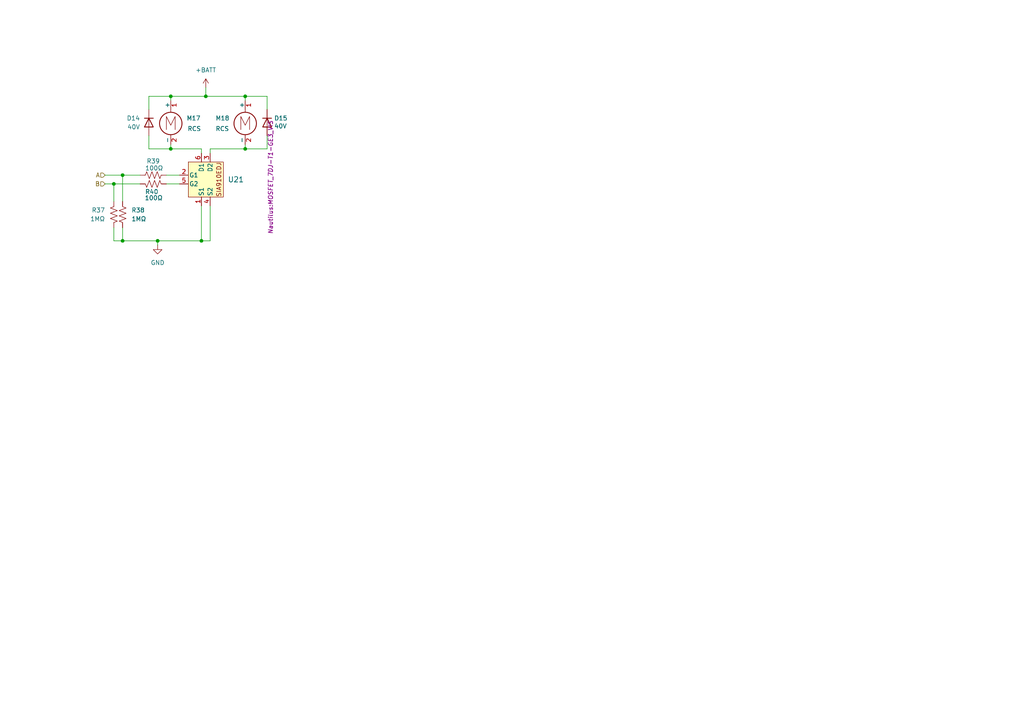
<source format=kicad_sch>
(kicad_sch (version 20250114) (generator "eeschema") (generator_version "9.0")
  (paper "A4")
  (lib_symbols
    (symbol "Device:D" (pin_numbers (hide yes)) (pin_names (offset 1.016) (hide yes))
      (property "Reference" "D" (at 0 2.54 0))
      (property "Value" "D" (at 0 -2.54 0))
      (symbol "D_0_1"
        (polyline (pts (xy -1.27 1.27) (xy -1.27 -1.27)) (stroke (width 0.254)))
        (polyline (pts (xy 1.27 1.27) (xy 1.27 -1.27) (xy -1.27 0) (xy 1.27 1.27)) (stroke (width 0.254)))
        (polyline (pts (xy 1.27 0) (xy -1.27 0)))
      )
      (symbol "D_1_1"
        (pin passive line (at -3.81 0 0) (length 2.54) (name "K") (number "1"))
        (pin passive line (at 3.81 0 180) (length 2.54) (name "A") (number "2"))
      )
    )
    (symbol "Device:R_US" (pin_numbers (hide yes)) (pin_names (offset 0))
      (property "Reference" "R" (at 2.54 0 90))
      (property "Value" "R_US" (at -2.54 0 90))
      (symbol "R_US_0_1"
        (polyline (pts (xy 0 2.286) (xy 0 2.54)))
        (polyline (pts (xy 0 2.286) (xy 1.016 1.905) (xy 0 1.524) (xy -1.016 1.143) (xy 0 0.762)))
        (polyline (pts (xy 0 0.762) (xy 1.016 0.381) (xy 0 0) (xy -1.016 -0.381) (xy 0 -0.762)))
        (polyline (pts (xy 0 -0.762) (xy 1.016 -1.143) (xy 0 -1.524) (xy -1.016 -1.905) (xy 0 -2.286)))
        (polyline (pts (xy 0 -2.286) (xy 0 -2.54)))
      )
      (symbol "R_US_1_1"
        (pin passive line (at 0 3.81 270) (length 1.27) (name "~") (number "1"))
        (pin passive line (at 0 -3.81 90) (length 1.27) (name "~") (number "2"))
      )
    )
    (symbol "Motor:Motor_DC" (pin_names (offset 0))
      (property "Reference" "M" (at 2.54 2.54 0))
      (property "Value" "Motor_DC" (at 2.54 -5.08 0))
      (symbol "Motor_DC_0_0"
        (polyline (pts (xy -1.27 -3.302) (xy -1.27 0.508) (xy 0 -2.032) (xy 1.27 0.508) (xy 1.27 -3.302)))
      )
      (symbol "Motor_DC_0_1"
        (polyline (pts (xy 0 2.032) (xy 0 2.54)))
        (polyline (pts (xy 0 1.7272) (xy 0 2.0828)))
        (circle (center 0 -1.524) (radius 3.2512) (stroke (width 0.254)))
        (polyline (pts (xy 0 -4.7752) (xy 0 -5.1816)))
        (polyline (pts (xy 0 -7.62) (xy 0 -7.112)))
      )
      (symbol "Motor_DC_1_1"
        (pin passive line (at 0 5.08 270) (length 2.54) (name "+") (number "1"))
        (pin passive line (at 0 -7.62 90) (length 2.54) (name "-") (number "2"))
      )
    )
    (symbol "Nautilus:SIA910EDJ" (pin_names (offset 0.254))
      (property "Reference" "U" (at 0 -6.35 0))
      (property "Footprint" "Nautilus:MOSFET_7DJ-T1-GE3_VIS" (at -0.762 -18.796 0))
      (symbol "SIA910EDJ_1_1"
        (rectangle (start -5.08 5.08) (end 5.08 -5.08) (fill (type color) (color 255 255 194 1)))
        (text "SIA910EDJ" (at 0 -3.81 0) (effects (font (size 1.27 1.27))))
        (pin power_out line (at -7.62 1.27 0) (length 2.54) (name "D1") (number "6"))
        (pin passive line (at -7.62 1.27 0) (length 2.54) (hide yes) (name "D1") (number "7"))
        (pin power_out line (at -7.62 -1.27 0) (length 2.54) (name "D2") (number "3"))
        (pin passive line (at -7.62 -1.27 0) (length 2.54) (hide yes) (name "D2") (number "8"))
        (pin input line (at -1.27 7.62 270) (length 2.54) (name "G1") (number "2"))
        (pin input line (at 1.27 7.62 270) (length 2.54) (name "G2") (number "5"))
        (pin power_in line (at 7.62 1.27 180) (length 2.54) (name "S1") (number "1"))
        (pin power_in line (at 7.62 -1.27 180) (length 2.54) (name "S2") (number "4"))
      )
    )
    (symbol "power:+BATT" (power) (pin_numbers (hide yes)) (pin_names (offset 0) (hide yes))
      (property "Value" "+BATT" (at 0 3.556 0))
      (symbol "+BATT_0_1"
        (polyline (pts (xy -0.762 1.27) (xy 0 2.54)))
        (polyline (pts (xy 0 2.54) (xy 0.762 1.27)))
        (polyline (pts (xy 0 0) (xy 0 2.54)))
      )
      (symbol "+BATT_1_1"
        (pin power_in line (at 0 0 90) (length 0) (name "~") (number "1"))
      )
    )
    (symbol "power:GND" (power) (pin_numbers (hide yes)) (pin_names (offset 0) (hide yes))
      (property "Value" "GND" (at 0 -3.81 0))
      (symbol "GND_0_1"
        (polyline (pts (xy 0 0) (xy 0 -1.27) (xy 1.27 -1.27) (xy 0 -2.54) (xy -1.27 -1.27) (xy 0 -1.27)))
      )
      (symbol "GND_1_1"
        (pin power_in line (at 0 0 270) (length 0) (name "~") (number "1"))
      )
    )
  )
  (junction (at 33.02 53.34))
  (junction (at 71.12 43.18))
  (junction (at 58.42 69.85))
  (junction (at 59.69 27.94))
  (junction (at 49.53 43.18))
  (junction (at 35.56 69.85))
  (junction (at 71.12 27.94))
  (junction (at 49.53 27.94))
  (junction (at 35.56 50.8))
  (junction (at 45.72 69.85))
  (wire (pts (xy 43.18 27.94) (xy 43.18 31.75)))
  (wire (pts (xy 35.56 66.04) (xy 35.56 69.85)))
  (wire (pts (xy 43.18 39.37) (xy 43.18 43.18)))
  (wire (pts (xy 71.12 43.18) (xy 77.47 43.18)))
  (wire (pts (xy 49.53 43.18) (xy 43.18 43.18)))
  (wire (pts (xy 48.26 53.34) (xy 52.07 53.34)))
  (wire (pts (xy 58.42 69.85) (xy 60.96 69.85)))
  (wire (pts (xy 58.42 43.18) (xy 49.53 43.18)))
  (wire (pts (xy 59.69 25.4) (xy 59.69 27.94)))
  (wire (pts (xy 58.42 44.45) (xy 58.42 43.18)))
  (wire (pts (xy 49.53 27.94) (xy 59.69 27.94)))
  (wire (pts (xy 77.47 27.94) (xy 77.47 31.75)))
  (wire (pts (xy 45.72 69.85) (xy 45.72 71.12)))
  (wire (pts (xy 35.56 58.42) (xy 35.56 50.8)))
  (wire (pts (xy 35.56 69.85) (xy 45.72 69.85)))
  (wire (pts (xy 35.56 50.8) (xy 40.64 50.8)))
  (wire (pts (xy 33.02 53.34) (xy 30.48 53.34)))
  (wire (pts (xy 71.12 27.94) (xy 71.12 29.21)))
  (wire (pts (xy 48.26 50.8) (xy 52.07 50.8)))
  (wire (pts (xy 33.02 66.04) (xy 33.02 69.85)))
  (wire (pts (xy 58.42 59.69) (xy 58.42 69.85)))
  (wire (pts (xy 33.02 69.85) (xy 35.56 69.85)))
  (wire (pts (xy 71.12 43.18) (xy 60.96 43.18)))
  (wire (pts (xy 71.12 41.91) (xy 71.12 43.18)))
  (wire (pts (xy 40.64 53.34) (xy 33.02 53.34)))
  (wire (pts (xy 30.48 50.8) (xy 35.56 50.8)))
  (wire (pts (xy 71.12 27.94) (xy 77.47 27.94)))
  (wire (pts (xy 33.02 53.34) (xy 33.02 58.42)))
  (wire (pts (xy 49.53 43.18) (xy 49.53 41.91)))
  (wire (pts (xy 77.47 39.37) (xy 77.47 43.18)))
  (wire (pts (xy 60.96 59.69) (xy 60.96 69.85)))
  (wire (pts (xy 59.69 27.94) (xy 71.12 27.94)))
  (wire (pts (xy 60.96 44.45) (xy 60.96 43.18)))
  (wire (pts (xy 49.53 27.94) (xy 49.53 29.21)))
  (wire (pts (xy 43.18 27.94) (xy 49.53 27.94)))
  (wire (pts (xy 45.72 69.85) (xy 58.42 69.85)))
  (hierarchical_label "B" (shape input) (at 30.48 53.34 180))
  (hierarchical_label "A" (shape input) (at 30.48 50.8 180))
  (symbol (lib_id "Device:D") (at 43.18 35.56 90) (mirror x) (unit 1)
    (property "Reference" "D14" (at 40.64 34.2899 90) (effects (justify left)))
    (property "Value" "40V" (at 40.64 36.8299 90) (effects (justify left)))
    (property "Footprint" "Diode_SMD:D_SMA" (effects (hide yes)))
    (property "Description" "Diode" (effects (hide yes)))
    (property "Sim.Device" "D" (effects (hide yes)))
    (property "Sim.Pins" "1=K 2=A" (effects (hide yes)))
    (instances (project "Avionics" (path "" (reference "D14") (unit 1)) (path "" (reference "D16") (unit 1)) (path "" (reference "D18") (unit 1)) (path "" (reference "D6") (unit 1)) (path "" (reference "D1") (unit 1))))
  )
  (symbol (lib_id "Motor:Motor_DC") (at 49.53 34.29 0) (unit 1)
    (property "Reference" "M17" (at 54.102 34.29 0) (effects (justify left)))
    (property "Value" "RCS" (at 54.356 37.338 0) (effects (justify left)))
    (property "Footprint" "Connector_Molex:Molex_Mega-Fit_76829-0002_2x01_P5.70mm_Vertical" (effects (hide yes)))
    (property "Description" "DC Motor" (effects (hide yes)))
    (instances (project "Avionics" (path "" (reference "M17") (unit 1)) (path "" (reference "M19") (unit 1)) (path "" (reference "M21") (unit 1)) (path "" (reference "M6") (unit 1)) (path "" (reference "M1") (unit 1))))
  )
  (symbol (lib_id "Nautilus:SIA910EDJ") (at 59.69 52.07 90) (mirror x) (unit 1)
    (property "Reference" "U21" (at 66.04 52.0699 90) (effects (font (size 1.524 1.524)) (justify right)))
    (property "Value" "SIA910EDJ-T1-GE3" (effects (hide yes)))
    (property "Footprint" "Nautilus:MOSFET_7DJ-T1-GE3_VIS" (at 78.486 51.308 0) (effects (font (italic yes))))
    (property "Datasheet" "https://www.vishay.com/docs/65535/sia910edj.pdf" (effects (hide yes)))
    (instances (project "Avionics" (path "" (reference "U21") (unit 1)) (path "" (reference "U22") (unit 1)) (path "" (reference "U23") (unit 1)) (path "" (reference "U10") (unit 1)) (path "" (reference "U6") (unit 1))))
  )
  (symbol (lib_id "Device:R_US") (at 44.45 50.8 90) (unit 1)
    (property "Reference" "R39" (at 44.45 46.736 90))
    (property "Value" "100Ω" (at 44.704 48.768 90))
    (property "Footprint" "Resistor_SMD:R_0805_2012Metric" (effects (hide yes)))
    (property "Description" "Resistor, US symbol" (effects (hide yes)))
    (instances (project "Avionics" (path "" (reference "R39") (unit 1)) (path "" (reference "R43") (unit 1)) (path "" (reference "R47") (unit 1)) (path "" (reference "R18") (unit 1)) (path "" (reference "R7") (unit 1))))
  )
  (symbol (lib_id "Device:R_US") (at 44.45 53.34 90) (mirror x) (unit 1)
    (property "Reference" "R40" (at 45.974 55.626 90) (effects (justify left)))
    (property "Value" "100Ω" (at 47.244 57.404 90) (effects (justify left)))
    (property "Footprint" "Resistor_SMD:R_0805_2012Metric" (effects (hide yes)))
    (property "Description" "Resistor, US symbol" (effects (hide yes)))
    (instances (project "Avionics" (path "" (reference "R40") (unit 1)) (path "" (reference "R44") (unit 1)) (path "" (reference "R48") (unit 1)) (path "" (reference "R19") (unit 1)) (path "" (reference "R8") (unit 1))))
  )
  (symbol (lib_id "Motor:Motor_DC") (at 71.12 34.29 0) (mirror y) (unit 1)
    (property "Reference" "M18" (at 62.484 34.29 0) (effects (justify right)))
    (property "Value" "RCS" (at 62.484 37.338 0) (effects (justify right)))
    (property "Footprint" "Connector_Molex:Molex_Mega-Fit_76829-0002_2x01_P5.70mm_Vertical" (effects (hide yes)))
    (property "Description" "DC Motor" (effects (hide yes)))
    (instances (project "Avionics" (path "" (reference "M18") (unit 1)) (path "" (reference "M20") (unit 1)) (path "" (reference "M22") (unit 1)) (path "" (reference "M7") (unit 1)) (path "" (reference "M2") (unit 1))))
  )
  (symbol (lib_id "power:GND") (at 45.72 71.12 0) (unit 1)
    (property "Reference" "#PWR044" (effects (hide yes)))
    (property "Value" "GND" (at 45.72 76.2 0))
    (property "Description" "Power symbol creates a global label with name \"GND\" , ground" (effects (hide yes)))
    (instances (project "Avionics" (path "" (reference "#PWR044") (unit 1)) (path "" (reference "#PWR046") (unit 1)) (path "" (reference "#PWR048") (unit 1)) (path "" (reference "#PWR021") (unit 1)) (path "" (reference "#PWR09") (unit 1))))
  )
  (symbol (lib_id "Device:D") (at 77.47 35.56 270) (unit 1)
    (property "Reference" "D15" (at 79.502 34.29 90) (effects (justify left)))
    (property "Value" "40V" (at 79.502 36.576 90) (effects (justify left)))
    (property "Footprint" "Diode_SMD:D_SMA" (effects (hide yes)))
    (property "Description" "Diode" (effects (hide yes)))
    (property "Sim.Device" "D" (effects (hide yes)))
    (property "Sim.Pins" "1=K 2=A" (effects (hide yes)))
    (instances (project "Avionics" (path "" (reference "D15") (unit 1)) (path "" (reference "D17") (unit 1)) (path "" (reference "D19") (unit 1)) (path "" (reference "D7") (unit 1)) (path "" (reference "D2") (unit 1))))
  )
  (symbol (lib_id "Device:R_US") (at 35.56 62.23 0) (unit 1)
    (property "Reference" "R38" (at 38.1 60.9599 0) (effects (justify left)))
    (property "Value" "1MΩ" (at 38.1 63.4999 0) (effects (justify left)))
    (property "Footprint" "Resistor_SMD:R_0805_2012Metric" (effects (hide yes)))
    (property "Description" "Resistor, US symbol" (effects (hide yes)))
    (instances (project "Avionics" (path "" (reference "R38") (unit 1)) (path "" (reference "R42") (unit 1)) (path "" (reference "R46") (unit 1)) (path "" (reference "R17") (unit 1)) (path "" (reference "R6") (unit 1))))
  )
  (symbol (lib_id "Device:R_US") (at 33.02 62.23 0) (mirror y) (unit 1)
    (property "Reference" "R37" (at 30.48 60.9599 0) (effects (justify left)))
    (property "Value" "1MΩ" (at 30.48 63.4999 0) (effects (justify left)))
    (property "Footprint" "Resistor_SMD:R_0805_2012Metric" (effects (hide yes)))
    (property "Description" "Resistor, US symbol" (effects (hide yes)))
    (instances (project "Avionics" (path "" (reference "R37") (unit 1)) (path "" (reference "R41") (unit 1)) (path "" (reference "R45") (unit 1)) (path "" (reference "R16") (unit 1)) (path "" (reference "R5") (unit 1))))
  )
  (symbol (lib_id "power:+BATT") (at 59.69 25.4 0) (unit 1)
    (property "Reference" "#PWR043" (effects (hide yes)))
    (property "Value" "+BATT" (at 59.69 20.32 0))
    (property "Description" "Power symbol creates a global label with name \"+BATT\"" (effects (hide yes)))
    (instances (project "Avionics" (path "" (reference "#PWR043") (unit 1)) (path "" (reference "#PWR045") (unit 1)) (path "" (reference "#PWR047") (unit 1)) (path "" (reference "#PWR020") (unit 1)) (path "" (reference "#PWR08") (unit 1))))
  )
)
</source>
